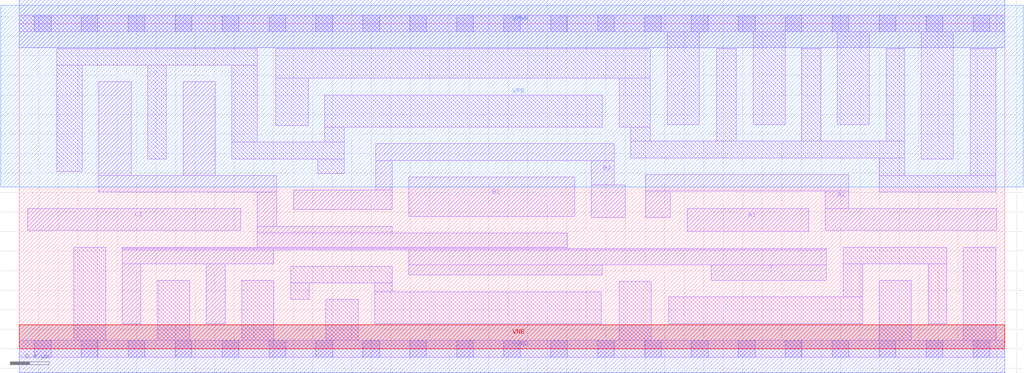
<source format=lef>
# Copyright 2020 The SkyWater PDK Authors
#
# Licensed under the Apache License, Version 2.0 (the "License");
# you may not use this file except in compliance with the License.
# You may obtain a copy of the License at
#
#     https://www.apache.org/licenses/LICENSE-2.0
#
# Unless required by applicable law or agreed to in writing, software
# distributed under the License is distributed on an "AS IS" BASIS,
# WITHOUT WARRANTIES OR CONDITIONS OF ANY KIND, either express or implied.
# See the License for the specific language governing permissions and
# limitations under the License.
#
# SPDX-License-Identifier: Apache-2.0

VERSION 5.7 ;
  NOWIREEXTENSIONATPIN ON ;
  DIVIDERCHAR "/" ;
  BUSBITCHARS "[]" ;
MACRO sky130_fd_sc_lp__a221oi_4
  CLASS CORE ;
  FOREIGN sky130_fd_sc_lp__a221oi_4 ;
  ORIGIN  0.000000  0.000000 ;
  SIZE  10.08000 BY  3.330000 ;
  SYMMETRY X Y R90 ;
  SITE unit ;
  PIN A1
    ANTENNAGATEAREA  1.260000 ;
    DIRECTION INPUT ;
    USE SIGNAL ;
    PORT
      LAYER li1 ;
        RECT 6.830000 1.200000 8.075000 1.435000 ;
    END
  END A1
  PIN A2
    ANTENNAGATEAREA  1.260000 ;
    DIRECTION INPUT ;
    USE SIGNAL ;
    PORT
      LAYER li1 ;
        RECT 6.410000 1.345000 6.660000 1.615000 ;
        RECT 6.410000 1.615000 8.485000 1.785000 ;
        RECT 8.245000 1.210000 9.995000 1.435000 ;
        RECT 8.245000 1.435000 8.485000 1.615000 ;
    END
  END A2
  PIN B1
    ANTENNAGATEAREA  1.260000 ;
    DIRECTION INPUT ;
    USE SIGNAL ;
    PORT
      LAYER li1 ;
        RECT 3.985000 1.355000 5.680000 1.760000 ;
    END
  END B1
  PIN B2
    ANTENNAGATEAREA  1.260000 ;
    DIRECTION INPUT ;
    USE SIGNAL ;
    PORT
      LAYER li1 ;
        RECT 2.805000 1.425000 3.815000 1.625000 ;
        RECT 3.645000 1.625000 3.815000 1.930000 ;
        RECT 3.645000 1.930000 6.085000 2.100000 ;
        RECT 5.850000 1.345000 6.200000 1.675000 ;
        RECT 5.850000 1.675000 6.085000 1.930000 ;
    END
  END B2
  PIN C1
    ANTENNAGATEAREA  1.260000 ;
    DIRECTION INPUT ;
    USE SIGNAL ;
    PORT
      LAYER li1 ;
        RECT 0.085000 1.210000 2.265000 1.435000 ;
    END
  END C1
  PIN Y
    ANTENNADIFFAREA  2.116800 ;
    DIRECTION OUTPUT ;
    USE SIGNAL ;
    PORT
      LAYER li1 ;
        RECT 0.815000 1.605000 2.635000 1.775000 ;
        RECT 0.815000 1.775000 1.145000 2.735000 ;
        RECT 1.055000 0.255000 1.245000 0.870000 ;
        RECT 1.055000 0.870000 2.605000 1.015000 ;
        RECT 1.055000 1.015000 8.255000 1.030000 ;
        RECT 1.055000 1.030000 5.605000 1.040000 ;
        RECT 1.675000 1.775000 2.005000 2.735000 ;
        RECT 1.915000 0.255000 2.105000 0.870000 ;
        RECT 2.435000 1.040000 5.605000 1.185000 ;
        RECT 2.435000 1.185000 3.815000 1.255000 ;
        RECT 2.435000 1.255000 2.635000 1.605000 ;
        RECT 3.985000 0.755000 5.965000 0.860000 ;
        RECT 3.985000 0.860000 8.255000 1.015000 ;
        RECT 7.075000 0.700000 8.255000 0.860000 ;
    END
  END Y
  PIN VGND
    DIRECTION INOUT ;
    USE GROUND ;
    PORT
      LAYER met1 ;
        RECT 0.000000 -0.245000 10.080000 0.245000 ;
    END
  END VGND
  PIN VNB
    DIRECTION INOUT ;
    USE GROUND ;
    PORT
      LAYER pwell ;
        RECT 0.000000 0.000000 10.080000 0.245000 ;
    END
  END VNB
  PIN VPB
    DIRECTION INOUT ;
    USE POWER ;
    PORT
      LAYER nwell ;
        RECT -0.190000 1.655000 10.270000 3.520000 ;
    END
  END VPB
  PIN VPWR
    DIRECTION INOUT ;
    USE POWER ;
    PORT
      LAYER met1 ;
        RECT 0.000000 3.085000 10.080000 3.575000 ;
    END
  END VPWR
  OBS
    LAYER li1 ;
      RECT 0.000000 -0.085000 10.080000 0.085000 ;
      RECT 0.000000  3.245000 10.080000 3.415000 ;
      RECT 0.385000  1.815000  0.645000 2.905000 ;
      RECT 0.385000  2.905000  2.435000 3.075000 ;
      RECT 0.555000  0.085000  0.885000 1.040000 ;
      RECT 1.315000  1.945000  1.505000 2.905000 ;
      RECT 1.415000  0.085000  1.745000 0.700000 ;
      RECT 2.175000  1.945000  3.325000 2.115000 ;
      RECT 2.175000  2.115000  2.435000 2.905000 ;
      RECT 2.275000  0.085000  2.605000 0.700000 ;
      RECT 2.625000  2.285000  2.955000 2.770000 ;
      RECT 2.625000  2.770000  6.455000 3.075000 ;
      RECT 2.775000  0.505000  2.965000 0.675000 ;
      RECT 2.775000  0.675000  3.815000 0.845000 ;
      RECT 3.055000  1.795000  3.325000 1.945000 ;
      RECT 3.125000  2.115000  3.325000 2.270000 ;
      RECT 3.125000  2.270000  5.965000 2.600000 ;
      RECT 3.135000  0.085000  3.465000 0.505000 ;
      RECT 3.635000  0.255000  5.955000 0.585000 ;
      RECT 3.635000  0.585000  3.815000 0.675000 ;
      RECT 6.135000  0.085000  6.465000 0.690000 ;
      RECT 6.135000  2.270000  6.455000 2.770000 ;
      RECT 6.255000  1.955000  9.055000 2.125000 ;
      RECT 6.255000  2.125000  6.455000 2.270000 ;
      RECT 6.625000  2.295000  6.955000 3.245000 ;
      RECT 6.645000  0.255000  8.625000 0.530000 ;
      RECT 7.135000  2.125000  7.335000 3.075000 ;
      RECT 7.505000  2.295000  7.835000 3.245000 ;
      RECT 8.005000  2.125000  8.195000 3.075000 ;
      RECT 8.365000  2.295000  8.695000 3.245000 ;
      RECT 8.425000  0.530000  8.625000 0.870000 ;
      RECT 8.425000  0.870000  9.485000 1.040000 ;
      RECT 8.795000  0.085000  9.125000 0.700000 ;
      RECT 8.795000  1.605000  9.985000 1.775000 ;
      RECT 8.795000  1.775000  9.055000 1.955000 ;
      RECT 8.865000  2.125000  9.055000 3.075000 ;
      RECT 9.225000  1.945000  9.555000 3.245000 ;
      RECT 9.295000  0.255000  9.485000 0.870000 ;
      RECT 9.655000  0.085000  9.985000 1.040000 ;
      RECT 9.725000  1.775000  9.985000 3.075000 ;
    LAYER mcon ;
      RECT 0.155000 -0.085000 0.325000 0.085000 ;
      RECT 0.155000  3.245000 0.325000 3.415000 ;
      RECT 0.635000 -0.085000 0.805000 0.085000 ;
      RECT 0.635000  3.245000 0.805000 3.415000 ;
      RECT 1.115000 -0.085000 1.285000 0.085000 ;
      RECT 1.115000  3.245000 1.285000 3.415000 ;
      RECT 1.595000 -0.085000 1.765000 0.085000 ;
      RECT 1.595000  3.245000 1.765000 3.415000 ;
      RECT 2.075000 -0.085000 2.245000 0.085000 ;
      RECT 2.075000  3.245000 2.245000 3.415000 ;
      RECT 2.555000 -0.085000 2.725000 0.085000 ;
      RECT 2.555000  3.245000 2.725000 3.415000 ;
      RECT 3.035000 -0.085000 3.205000 0.085000 ;
      RECT 3.035000  3.245000 3.205000 3.415000 ;
      RECT 3.515000 -0.085000 3.685000 0.085000 ;
      RECT 3.515000  3.245000 3.685000 3.415000 ;
      RECT 3.995000 -0.085000 4.165000 0.085000 ;
      RECT 3.995000  3.245000 4.165000 3.415000 ;
      RECT 4.475000 -0.085000 4.645000 0.085000 ;
      RECT 4.475000  3.245000 4.645000 3.415000 ;
      RECT 4.955000 -0.085000 5.125000 0.085000 ;
      RECT 4.955000  3.245000 5.125000 3.415000 ;
      RECT 5.435000 -0.085000 5.605000 0.085000 ;
      RECT 5.435000  3.245000 5.605000 3.415000 ;
      RECT 5.915000 -0.085000 6.085000 0.085000 ;
      RECT 5.915000  3.245000 6.085000 3.415000 ;
      RECT 6.395000 -0.085000 6.565000 0.085000 ;
      RECT 6.395000  3.245000 6.565000 3.415000 ;
      RECT 6.875000 -0.085000 7.045000 0.085000 ;
      RECT 6.875000  3.245000 7.045000 3.415000 ;
      RECT 7.355000 -0.085000 7.525000 0.085000 ;
      RECT 7.355000  3.245000 7.525000 3.415000 ;
      RECT 7.835000 -0.085000 8.005000 0.085000 ;
      RECT 7.835000  3.245000 8.005000 3.415000 ;
      RECT 8.315000 -0.085000 8.485000 0.085000 ;
      RECT 8.315000  3.245000 8.485000 3.415000 ;
      RECT 8.795000 -0.085000 8.965000 0.085000 ;
      RECT 8.795000  3.245000 8.965000 3.415000 ;
      RECT 9.275000 -0.085000 9.445000 0.085000 ;
      RECT 9.275000  3.245000 9.445000 3.415000 ;
      RECT 9.755000 -0.085000 9.925000 0.085000 ;
      RECT 9.755000  3.245000 9.925000 3.415000 ;
  END
END sky130_fd_sc_lp__a221oi_4
END LIBRARY

</source>
